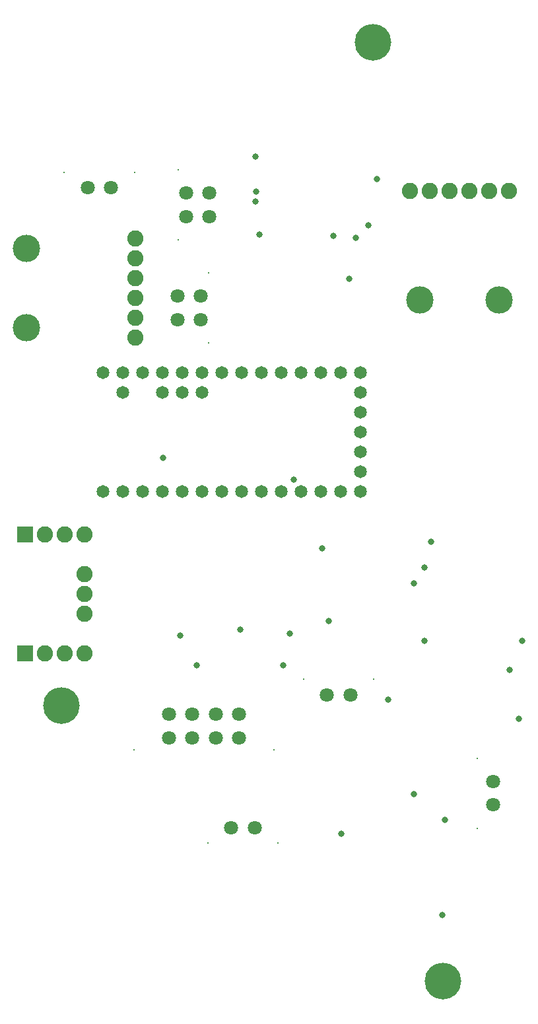
<source format=gbs>
G04 Layer_Color=16711935*
%FSLAX44Y44*%
%MOMM*%
G71*
G01*
G75*
%ADD61C,3.5020*%
%ADD62C,2.0796*%
%ADD63C,0.2000*%
%ADD64C,1.8000*%
%ADD65C,4.7000*%
%ADD66R,2.0796X2.0796*%
%ADD67C,1.6478*%
%ADD68C,0.8000*%
D61*
X-145000Y168000D02*
D03*
X-43400D02*
D03*
X-649550Y234150D02*
D03*
Y132550D02*
D03*
D62*
X-30700Y307700D02*
D03*
X-56100D02*
D03*
X-81500D02*
D03*
X-106900D02*
D03*
X-132300D02*
D03*
X-157700D02*
D03*
X-626000Y-285000D02*
D03*
X-600600D02*
D03*
X-575200D02*
D03*
X-626000Y-132600D02*
D03*
X-600600D02*
D03*
X-575200D02*
D03*
Y-234200D02*
D03*
Y-208800D02*
D03*
Y-183400D02*
D03*
X-509850Y119850D02*
D03*
Y145250D02*
D03*
Y170650D02*
D03*
Y196050D02*
D03*
Y221450D02*
D03*
Y246850D02*
D03*
D63*
X-511000Y332000D02*
D03*
X-601000D02*
D03*
X-416000Y113000D02*
D03*
Y203000D02*
D03*
X-454957Y335000D02*
D03*
Y245000D02*
D03*
X-71000Y-509000D02*
D03*
Y-419000D02*
D03*
X-327000Y-528000D02*
D03*
X-417000D02*
D03*
X-512000Y-408000D02*
D03*
X-332000D02*
D03*
X-294000Y-318000D02*
D03*
X-204000D02*
D03*
D64*
X-571000Y312000D02*
D03*
X-541000D02*
D03*
X-456000Y173000D02*
D03*
X-426000Y143000D02*
D03*
Y173000D02*
D03*
X-456000Y143000D02*
D03*
X-414958Y275000D02*
D03*
X-444957Y305000D02*
D03*
Y275000D02*
D03*
X-414958Y305000D02*
D03*
X-51000Y-449000D02*
D03*
Y-479000D02*
D03*
X-387000Y-508000D02*
D03*
X-357000D02*
D03*
X-407000Y-393000D02*
D03*
Y-363000D02*
D03*
X-377000D02*
D03*
Y-393000D02*
D03*
X-437000D02*
D03*
Y-363000D02*
D03*
X-467000D02*
D03*
Y-393000D02*
D03*
X-234000Y-338000D02*
D03*
X-264000D02*
D03*
D65*
X-205000Y498000D02*
D03*
X-115000Y-705000D02*
D03*
X-605000Y-352000D02*
D03*
D66*
X-651400Y-285000D02*
D03*
Y-132600D02*
D03*
D67*
X-424400Y50000D02*
D03*
X-449800D02*
D03*
X-475200D02*
D03*
X-526000D02*
D03*
X-551400Y75400D02*
D03*
X-526000D02*
D03*
X-500600D02*
D03*
X-475200D02*
D03*
X-449800D02*
D03*
X-424400D02*
D03*
X-399000D02*
D03*
X-373600D02*
D03*
X-348200D02*
D03*
X-322800D02*
D03*
X-297400D02*
D03*
X-272000D02*
D03*
X-246600D02*
D03*
X-221200D02*
D03*
Y50000D02*
D03*
Y24600D02*
D03*
Y-800D02*
D03*
Y-26200D02*
D03*
Y-51600D02*
D03*
Y-77000D02*
D03*
X-246600D02*
D03*
X-272000D02*
D03*
X-297400D02*
D03*
X-322800D02*
D03*
X-348200D02*
D03*
X-373600D02*
D03*
X-399000D02*
D03*
X-424400D02*
D03*
X-449800D02*
D03*
X-475200D02*
D03*
X-500600D02*
D03*
X-526000D02*
D03*
X-551400D02*
D03*
D68*
X-356000Y294000D02*
D03*
X-227000Y248000D02*
D03*
X-256000Y250000D02*
D03*
X-355000Y307000D02*
D03*
X-139000Y-175000D02*
D03*
X-200000Y323000D02*
D03*
X-14000Y-269000D02*
D03*
X-211000Y264000D02*
D03*
X-236000Y195000D02*
D03*
X-18000Y-369000D02*
D03*
X-113000Y-498000D02*
D03*
X-139000Y-269000D02*
D03*
X-116000Y-620000D02*
D03*
X-356000Y352000D02*
D03*
X-351000Y252000D02*
D03*
X-452000Y-262000D02*
D03*
X-186000Y-344000D02*
D03*
X-375000Y-254000D02*
D03*
X-320000Y-300000D02*
D03*
X-431000D02*
D03*
X-153000Y-465000D02*
D03*
Y-195000D02*
D03*
X-246000Y-516000D02*
D03*
X-270000Y-150000D02*
D03*
X-474000Y-34000D02*
D03*
X-311386Y-259386D02*
D03*
X-30000Y-306000D02*
D03*
X-307000Y-62000D02*
D03*
X-262000Y-243000D02*
D03*
X-131000Y-142000D02*
D03*
M02*

</source>
